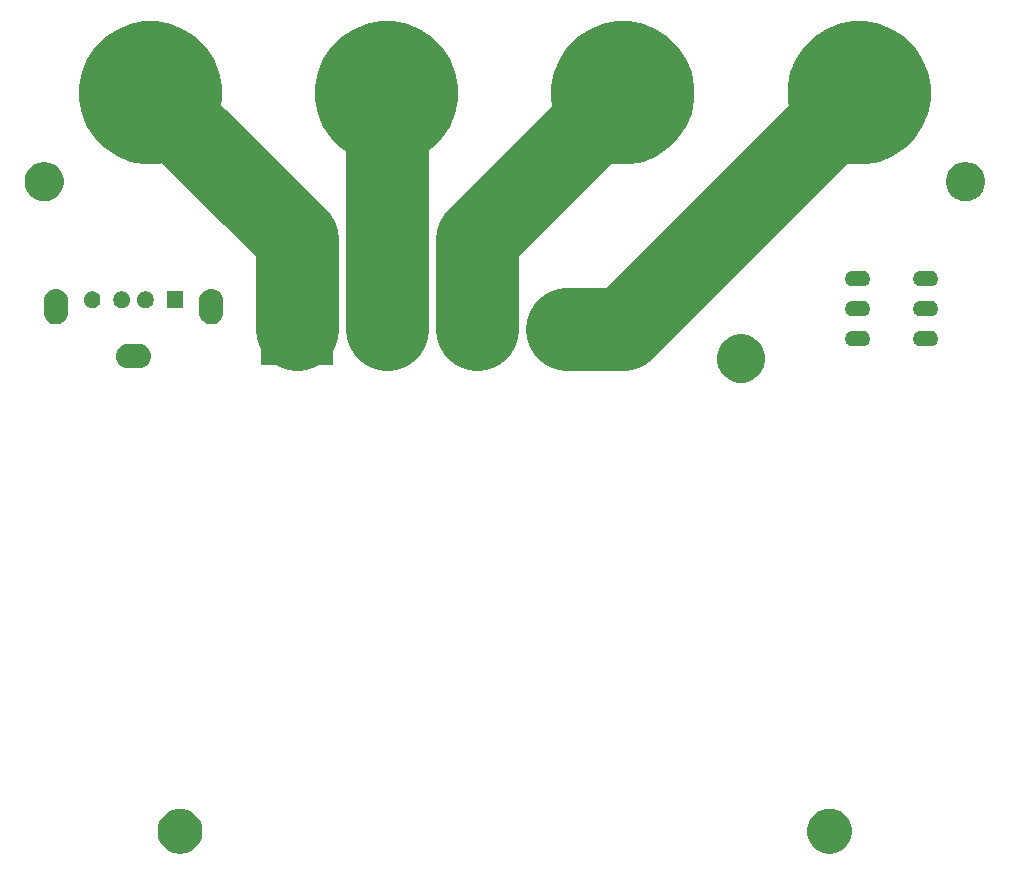
<source format=gbr>
G04 #@! TF.GenerationSoftware,KiCad,Pcbnew,5.1.5-52549c5~84~ubuntu18.04.1*
G04 #@! TF.CreationDate,2020-02-10T11:43:48+00:00*
G04 #@! TF.ProjectId,HW-lab-power,48572d6c-6162-42d7-906f-7765722e6b69,rev?*
G04 #@! TF.SameCoordinates,Original*
G04 #@! TF.FileFunction,Soldermask,Bot*
G04 #@! TF.FilePolarity,Negative*
%FSLAX46Y46*%
G04 Gerber Fmt 4.6, Leading zero omitted, Abs format (unit mm)*
G04 Created by KiCad (PCBNEW 5.1.5-52549c5~84~ubuntu18.04.1) date 2020-02-10 11:43:48*
%MOMM*%
%LPD*%
G04 APERTURE LIST*
%ADD10C,7.000000*%
%ADD11C,0.100000*%
G04 APERTURE END LIST*
D10*
X157500000Y-90000000D02*
X152750000Y-90000000D01*
X177500000Y-70000000D02*
X157500000Y-90000000D01*
X145120000Y-82380000D02*
X157500000Y-70000000D01*
X145120000Y-90000000D02*
X145120000Y-82500000D01*
X137500000Y-90000000D02*
X137500000Y-70000000D01*
X129880000Y-82500000D02*
X129880000Y-90000000D01*
X117500000Y-70000000D02*
X129880000Y-82380000D01*
D11*
G36*
X175370866Y-130635527D02*
G01*
X175554501Y-130672054D01*
X175900461Y-130815356D01*
X176211817Y-131023397D01*
X176476603Y-131288183D01*
X176684644Y-131599539D01*
X176827946Y-131945499D01*
X176901000Y-132312768D01*
X176901000Y-132687232D01*
X176827946Y-133054501D01*
X176684644Y-133400461D01*
X176476603Y-133711817D01*
X176211817Y-133976603D01*
X175900461Y-134184644D01*
X175554501Y-134327946D01*
X175370866Y-134364473D01*
X175187233Y-134401000D01*
X174812767Y-134401000D01*
X174629134Y-134364473D01*
X174445499Y-134327946D01*
X174099539Y-134184644D01*
X173788183Y-133976603D01*
X173523397Y-133711817D01*
X173315356Y-133400461D01*
X173172054Y-133054501D01*
X173099000Y-132687232D01*
X173099000Y-132312768D01*
X173172054Y-131945499D01*
X173315356Y-131599539D01*
X173523397Y-131288183D01*
X173788183Y-131023397D01*
X174099539Y-130815356D01*
X174445499Y-130672054D01*
X174629134Y-130635527D01*
X174812767Y-130599000D01*
X175187233Y-130599000D01*
X175370866Y-130635527D01*
G37*
G36*
X120370866Y-130635527D02*
G01*
X120554501Y-130672054D01*
X120900461Y-130815356D01*
X121211817Y-131023397D01*
X121476603Y-131288183D01*
X121684644Y-131599539D01*
X121827946Y-131945499D01*
X121901000Y-132312768D01*
X121901000Y-132687232D01*
X121827946Y-133054501D01*
X121684644Y-133400461D01*
X121476603Y-133711817D01*
X121211817Y-133976603D01*
X120900461Y-134184644D01*
X120554501Y-134327946D01*
X120370866Y-134364473D01*
X120187233Y-134401000D01*
X119812767Y-134401000D01*
X119629134Y-134364473D01*
X119445499Y-134327946D01*
X119099539Y-134184644D01*
X118788183Y-133976603D01*
X118523397Y-133711817D01*
X118315356Y-133400461D01*
X118172054Y-133054501D01*
X118099000Y-132687232D01*
X118099000Y-132312768D01*
X118172054Y-131945499D01*
X118315356Y-131599539D01*
X118523397Y-131288183D01*
X118788183Y-131023397D01*
X119099539Y-130815356D01*
X119445499Y-130672054D01*
X119629134Y-130635527D01*
X119812767Y-130599000D01*
X120187233Y-130599000D01*
X120370866Y-130635527D01*
G37*
G36*
X168098326Y-90527578D02*
G01*
X168471629Y-90682205D01*
X168471631Y-90682206D01*
X168807596Y-90906690D01*
X169093310Y-91192404D01*
X169317794Y-91528369D01*
X169317795Y-91528371D01*
X169472422Y-91901674D01*
X169551250Y-92297968D01*
X169551250Y-92702032D01*
X169472422Y-93098326D01*
X169426464Y-93209278D01*
X169317794Y-93471631D01*
X169093310Y-93807596D01*
X168807596Y-94093310D01*
X168471631Y-94317794D01*
X168471630Y-94317795D01*
X168471629Y-94317795D01*
X168098326Y-94472422D01*
X167702032Y-94551250D01*
X167297968Y-94551250D01*
X166901674Y-94472422D01*
X166528371Y-94317795D01*
X166528370Y-94317795D01*
X166528369Y-94317794D01*
X166192404Y-94093310D01*
X165906690Y-93807596D01*
X165682206Y-93471631D01*
X165573536Y-93209278D01*
X165527578Y-93098326D01*
X165448750Y-92702032D01*
X165448750Y-92297968D01*
X165527578Y-91901674D01*
X165682205Y-91528371D01*
X165682206Y-91528369D01*
X165906690Y-91192404D01*
X166192404Y-90906690D01*
X166528369Y-90682206D01*
X166528371Y-90682205D01*
X166901674Y-90527578D01*
X167297968Y-90448750D01*
X167702032Y-90448750D01*
X168098326Y-90527578D01*
G37*
G36*
X116766228Y-91293483D02*
G01*
X116954922Y-91350723D01*
X117128815Y-91443671D01*
X117281239Y-91568761D01*
X117406329Y-91721185D01*
X117499277Y-91895078D01*
X117556517Y-92083772D01*
X117575843Y-92280000D01*
X117556517Y-92476228D01*
X117499277Y-92664922D01*
X117406329Y-92838815D01*
X117281239Y-92991239D01*
X117128815Y-93116329D01*
X116954922Y-93209277D01*
X116766228Y-93266517D01*
X116619175Y-93281000D01*
X115520825Y-93281000D01*
X115373772Y-93266517D01*
X115185078Y-93209277D01*
X115011185Y-93116329D01*
X114858761Y-92991239D01*
X114733671Y-92838815D01*
X114640723Y-92664922D01*
X114583483Y-92476228D01*
X114564157Y-92280000D01*
X114583483Y-92083772D01*
X114640723Y-91895078D01*
X114733671Y-91721185D01*
X114858761Y-91568761D01*
X115011185Y-91443671D01*
X115185078Y-91350723D01*
X115373772Y-91293483D01*
X115520825Y-91279000D01*
X116619175Y-91279000D01*
X116766228Y-91293483D01*
G37*
G36*
X132930740Y-93050740D02*
G01*
X126829260Y-93050740D01*
X126829260Y-86949260D01*
X132930740Y-86949260D01*
X132930740Y-93050740D01*
G37*
G36*
X137831818Y-86955495D02*
G01*
X138389868Y-87066498D01*
X138945067Y-87296469D01*
X139146343Y-87430958D01*
X139444733Y-87630335D01*
X139869665Y-88055267D01*
X139967040Y-88201000D01*
X140203531Y-88554933D01*
X140433502Y-89110132D01*
X140443186Y-89158816D01*
X140550740Y-89699527D01*
X140550740Y-90300473D01*
X140525657Y-90426574D01*
X140433502Y-90889868D01*
X140203531Y-91445067D01*
X140120880Y-91568762D01*
X139869665Y-91944733D01*
X139444733Y-92369665D01*
X139285249Y-92476228D01*
X138945067Y-92703531D01*
X138389868Y-92933502D01*
X138099609Y-92991238D01*
X137800473Y-93050740D01*
X137199527Y-93050740D01*
X136900391Y-92991238D01*
X136610132Y-92933502D01*
X136054933Y-92703531D01*
X135714751Y-92476228D01*
X135555267Y-92369665D01*
X135130335Y-91944733D01*
X134879120Y-91568762D01*
X134796469Y-91445067D01*
X134566498Y-90889868D01*
X134474343Y-90426574D01*
X134449260Y-90300473D01*
X134449260Y-89699527D01*
X134556814Y-89158816D01*
X134566498Y-89110132D01*
X134796469Y-88554933D01*
X135032960Y-88201000D01*
X135130335Y-88055267D01*
X135555267Y-87630335D01*
X135853657Y-87430958D01*
X136054933Y-87296469D01*
X136610132Y-87066498D01*
X137168182Y-86955495D01*
X137199527Y-86949260D01*
X137800473Y-86949260D01*
X137831818Y-86955495D01*
G37*
G36*
X145451818Y-86955495D02*
G01*
X146009868Y-87066498D01*
X146565067Y-87296469D01*
X146766343Y-87430958D01*
X147064733Y-87630335D01*
X147489665Y-88055267D01*
X147587040Y-88201000D01*
X147823531Y-88554933D01*
X148053502Y-89110132D01*
X148063186Y-89158816D01*
X148170740Y-89699527D01*
X148170740Y-90300473D01*
X148145657Y-90426574D01*
X148053502Y-90889868D01*
X147823531Y-91445067D01*
X147740880Y-91568762D01*
X147489665Y-91944733D01*
X147064733Y-92369665D01*
X146905249Y-92476228D01*
X146565067Y-92703531D01*
X146009868Y-92933502D01*
X145719609Y-92991238D01*
X145420473Y-93050740D01*
X144819527Y-93050740D01*
X144520391Y-92991238D01*
X144230132Y-92933502D01*
X143674933Y-92703531D01*
X143334751Y-92476228D01*
X143175267Y-92369665D01*
X142750335Y-91944733D01*
X142499120Y-91568762D01*
X142416469Y-91445067D01*
X142186498Y-90889868D01*
X142094343Y-90426574D01*
X142069260Y-90300473D01*
X142069260Y-89699527D01*
X142176814Y-89158816D01*
X142186498Y-89110132D01*
X142416469Y-88554933D01*
X142652960Y-88201000D01*
X142750335Y-88055267D01*
X143175267Y-87630335D01*
X143473657Y-87430958D01*
X143674933Y-87296469D01*
X144230132Y-87066498D01*
X144788182Y-86955495D01*
X144819527Y-86949260D01*
X145420473Y-86949260D01*
X145451818Y-86955495D01*
G37*
G36*
X153071818Y-86955495D02*
G01*
X153629868Y-87066498D01*
X154185067Y-87296469D01*
X154386343Y-87430958D01*
X154684733Y-87630335D01*
X155109665Y-88055267D01*
X155207040Y-88201000D01*
X155443531Y-88554933D01*
X155673502Y-89110132D01*
X155683186Y-89158816D01*
X155790740Y-89699527D01*
X155790740Y-90300473D01*
X155765657Y-90426574D01*
X155673502Y-90889868D01*
X155443531Y-91445067D01*
X155360880Y-91568762D01*
X155109665Y-91944733D01*
X154684733Y-92369665D01*
X154525249Y-92476228D01*
X154185067Y-92703531D01*
X153629868Y-92933502D01*
X153339609Y-92991238D01*
X153040473Y-93050740D01*
X152439527Y-93050740D01*
X152140391Y-92991238D01*
X151850132Y-92933502D01*
X151294933Y-92703531D01*
X150954751Y-92476228D01*
X150795267Y-92369665D01*
X150370335Y-91944733D01*
X150119120Y-91568762D01*
X150036469Y-91445067D01*
X149806498Y-90889868D01*
X149714343Y-90426574D01*
X149689260Y-90300473D01*
X149689260Y-89699527D01*
X149796814Y-89158816D01*
X149806498Y-89110132D01*
X150036469Y-88554933D01*
X150272960Y-88201000D01*
X150370335Y-88055267D01*
X150795267Y-87630335D01*
X151093657Y-87430958D01*
X151294933Y-87296469D01*
X151850132Y-87066498D01*
X152408182Y-86955495D01*
X152439527Y-86949260D01*
X153040473Y-86949260D01*
X153071818Y-86955495D01*
G37*
G36*
X177838855Y-90142140D02*
G01*
X177902618Y-90148420D01*
X177993404Y-90175960D01*
X178025336Y-90185646D01*
X178138425Y-90246094D01*
X178237554Y-90327446D01*
X178318906Y-90426575D01*
X178379354Y-90539664D01*
X178379355Y-90539668D01*
X178416580Y-90662382D01*
X178429149Y-90790000D01*
X178416580Y-90917618D01*
X178389040Y-91008404D01*
X178379354Y-91040336D01*
X178318906Y-91153425D01*
X178237554Y-91252554D01*
X178138425Y-91333906D01*
X178025336Y-91394354D01*
X177993404Y-91404040D01*
X177902618Y-91431580D01*
X177838855Y-91437860D01*
X177806974Y-91441000D01*
X176943026Y-91441000D01*
X176911145Y-91437860D01*
X176847382Y-91431580D01*
X176756596Y-91404040D01*
X176724664Y-91394354D01*
X176611575Y-91333906D01*
X176512446Y-91252554D01*
X176431094Y-91153425D01*
X176370646Y-91040336D01*
X176360960Y-91008404D01*
X176333420Y-90917618D01*
X176320851Y-90790000D01*
X176333420Y-90662382D01*
X176370645Y-90539668D01*
X176370646Y-90539664D01*
X176431094Y-90426575D01*
X176512446Y-90327446D01*
X176611575Y-90246094D01*
X176724664Y-90185646D01*
X176756596Y-90175960D01*
X176847382Y-90148420D01*
X176911145Y-90142140D01*
X176943026Y-90139000D01*
X177806974Y-90139000D01*
X177838855Y-90142140D01*
G37*
G36*
X183588855Y-90142140D02*
G01*
X183652618Y-90148420D01*
X183743404Y-90175960D01*
X183775336Y-90185646D01*
X183888425Y-90246094D01*
X183987554Y-90327446D01*
X184068906Y-90426575D01*
X184129354Y-90539664D01*
X184129355Y-90539668D01*
X184166580Y-90662382D01*
X184179149Y-90790000D01*
X184166580Y-90917618D01*
X184139040Y-91008404D01*
X184129354Y-91040336D01*
X184068906Y-91153425D01*
X183987554Y-91252554D01*
X183888425Y-91333906D01*
X183775336Y-91394354D01*
X183743404Y-91404040D01*
X183652618Y-91431580D01*
X183588855Y-91437860D01*
X183556974Y-91441000D01*
X182693026Y-91441000D01*
X182661145Y-91437860D01*
X182597382Y-91431580D01*
X182506596Y-91404040D01*
X182474664Y-91394354D01*
X182361575Y-91333906D01*
X182262446Y-91252554D01*
X182181094Y-91153425D01*
X182120646Y-91040336D01*
X182110960Y-91008404D01*
X182083420Y-90917618D01*
X182070851Y-90790000D01*
X182083420Y-90662382D01*
X182120645Y-90539668D01*
X182120646Y-90539664D01*
X182181094Y-90426575D01*
X182262446Y-90327446D01*
X182361575Y-90246094D01*
X182474664Y-90185646D01*
X182506596Y-90175960D01*
X182597382Y-90148420D01*
X182661145Y-90142140D01*
X182693026Y-90139000D01*
X183556974Y-90139000D01*
X183588855Y-90142140D01*
G37*
G36*
X122836227Y-86613483D02*
G01*
X123024921Y-86670723D01*
X123198815Y-86763671D01*
X123351239Y-86888761D01*
X123476329Y-87041185D01*
X123569277Y-87215078D01*
X123626517Y-87403772D01*
X123641000Y-87550825D01*
X123641000Y-88649175D01*
X123626517Y-88796228D01*
X123569277Y-88984922D01*
X123476329Y-89158815D01*
X123351239Y-89311239D01*
X123198815Y-89436329D01*
X123024922Y-89529277D01*
X122836228Y-89586517D01*
X122640000Y-89605843D01*
X122443773Y-89586517D01*
X122255079Y-89529277D01*
X122081186Y-89436329D01*
X121928762Y-89311239D01*
X121803672Y-89158815D01*
X121710722Y-88984919D01*
X121653483Y-88796231D01*
X121639000Y-88649175D01*
X121639000Y-87550826D01*
X121653483Y-87403773D01*
X121710723Y-87215079D01*
X121803671Y-87041185D01*
X121928761Y-86888761D01*
X122081185Y-86763671D01*
X122255078Y-86670723D01*
X122443772Y-86613483D01*
X122640000Y-86594157D01*
X122836227Y-86613483D01*
G37*
G36*
X109696228Y-86613483D02*
G01*
X109884922Y-86670723D01*
X110058815Y-86763671D01*
X110211239Y-86888761D01*
X110336329Y-87041185D01*
X110429277Y-87215078D01*
X110486517Y-87403772D01*
X110501000Y-87550825D01*
X110501000Y-88649175D01*
X110486517Y-88796228D01*
X110429277Y-88984922D01*
X110336329Y-89158815D01*
X110211239Y-89311239D01*
X110058815Y-89436329D01*
X109884921Y-89529277D01*
X109696227Y-89586517D01*
X109500000Y-89605843D01*
X109303772Y-89586517D01*
X109115078Y-89529277D01*
X108941185Y-89436329D01*
X108788761Y-89311239D01*
X108663671Y-89158815D01*
X108570723Y-88984921D01*
X108513483Y-88796227D01*
X108499000Y-88649174D01*
X108499000Y-87550825D01*
X108513483Y-87403769D01*
X108570722Y-87215081D01*
X108663672Y-87041185D01*
X108788762Y-86888761D01*
X108941186Y-86763671D01*
X109115079Y-86670723D01*
X109303773Y-86613483D01*
X109500000Y-86594157D01*
X109696228Y-86613483D01*
G37*
G36*
X183588855Y-87602140D02*
G01*
X183652618Y-87608420D01*
X183724865Y-87630336D01*
X183775336Y-87645646D01*
X183888425Y-87706094D01*
X183987554Y-87787446D01*
X184068906Y-87886575D01*
X184129354Y-87999664D01*
X184129355Y-87999668D01*
X184166580Y-88122382D01*
X184179149Y-88250000D01*
X184166580Y-88377618D01*
X184139040Y-88468404D01*
X184129354Y-88500336D01*
X184068906Y-88613425D01*
X183987554Y-88712554D01*
X183888425Y-88793906D01*
X183775336Y-88854354D01*
X183743404Y-88864040D01*
X183652618Y-88891580D01*
X183588855Y-88897860D01*
X183556974Y-88901000D01*
X182693026Y-88901000D01*
X182661145Y-88897860D01*
X182597382Y-88891580D01*
X182506596Y-88864040D01*
X182474664Y-88854354D01*
X182361575Y-88793906D01*
X182262446Y-88712554D01*
X182181094Y-88613425D01*
X182120646Y-88500336D01*
X182110960Y-88468404D01*
X182083420Y-88377618D01*
X182070851Y-88250000D01*
X182083420Y-88122382D01*
X182120645Y-87999668D01*
X182120646Y-87999664D01*
X182181094Y-87886575D01*
X182262446Y-87787446D01*
X182361575Y-87706094D01*
X182474664Y-87645646D01*
X182525135Y-87630336D01*
X182597382Y-87608420D01*
X182661145Y-87602140D01*
X182693026Y-87599000D01*
X183556974Y-87599000D01*
X183588855Y-87602140D01*
G37*
G36*
X177838855Y-87602140D02*
G01*
X177902618Y-87608420D01*
X177974865Y-87630336D01*
X178025336Y-87645646D01*
X178138425Y-87706094D01*
X178237554Y-87787446D01*
X178318906Y-87886575D01*
X178379354Y-87999664D01*
X178379355Y-87999668D01*
X178416580Y-88122382D01*
X178429149Y-88250000D01*
X178416580Y-88377618D01*
X178389040Y-88468404D01*
X178379354Y-88500336D01*
X178318906Y-88613425D01*
X178237554Y-88712554D01*
X178138425Y-88793906D01*
X178025336Y-88854354D01*
X177993404Y-88864040D01*
X177902618Y-88891580D01*
X177838855Y-88897860D01*
X177806974Y-88901000D01*
X176943026Y-88901000D01*
X176911145Y-88897860D01*
X176847382Y-88891580D01*
X176756596Y-88864040D01*
X176724664Y-88854354D01*
X176611575Y-88793906D01*
X176512446Y-88712554D01*
X176431094Y-88613425D01*
X176370646Y-88500336D01*
X176360960Y-88468404D01*
X176333420Y-88377618D01*
X176320851Y-88250000D01*
X176333420Y-88122382D01*
X176370645Y-87999668D01*
X176370646Y-87999664D01*
X176431094Y-87886575D01*
X176512446Y-87787446D01*
X176611575Y-87706094D01*
X176724664Y-87645646D01*
X176775135Y-87630336D01*
X176847382Y-87608420D01*
X176911145Y-87602140D01*
X176943026Y-87599000D01*
X177806974Y-87599000D01*
X177838855Y-87602140D01*
G37*
G36*
X120271000Y-88201000D02*
G01*
X118869000Y-88201000D01*
X118869000Y-86799000D01*
X120271000Y-86799000D01*
X120271000Y-88201000D01*
G37*
G36*
X117274473Y-86825938D02*
G01*
X117402049Y-86878782D01*
X117516859Y-86955495D01*
X117614505Y-87053141D01*
X117691218Y-87167951D01*
X117744062Y-87295527D01*
X117771000Y-87430956D01*
X117771000Y-87569044D01*
X117744062Y-87704473D01*
X117691218Y-87832049D01*
X117614505Y-87946859D01*
X117516859Y-88044505D01*
X117402049Y-88121218D01*
X117274473Y-88174062D01*
X117139044Y-88201000D01*
X117000956Y-88201000D01*
X116865527Y-88174062D01*
X116737951Y-88121218D01*
X116623141Y-88044505D01*
X116525495Y-87946859D01*
X116448782Y-87832049D01*
X116395938Y-87704473D01*
X116369000Y-87569044D01*
X116369000Y-87430956D01*
X116395938Y-87295527D01*
X116448782Y-87167951D01*
X116525495Y-87053141D01*
X116623141Y-86955495D01*
X116737951Y-86878782D01*
X116865527Y-86825938D01*
X117000956Y-86799000D01*
X117139044Y-86799000D01*
X117274473Y-86825938D01*
G37*
G36*
X115274473Y-86825938D02*
G01*
X115402049Y-86878782D01*
X115516859Y-86955495D01*
X115614505Y-87053141D01*
X115691218Y-87167951D01*
X115744062Y-87295527D01*
X115771000Y-87430956D01*
X115771000Y-87569044D01*
X115744062Y-87704473D01*
X115691218Y-87832049D01*
X115614505Y-87946859D01*
X115516859Y-88044505D01*
X115402049Y-88121218D01*
X115274473Y-88174062D01*
X115139044Y-88201000D01*
X115000956Y-88201000D01*
X114865527Y-88174062D01*
X114737951Y-88121218D01*
X114623141Y-88044505D01*
X114525495Y-87946859D01*
X114448782Y-87832049D01*
X114395938Y-87704473D01*
X114369000Y-87569044D01*
X114369000Y-87430956D01*
X114395938Y-87295527D01*
X114448782Y-87167951D01*
X114525495Y-87053141D01*
X114623141Y-86955495D01*
X114737951Y-86878782D01*
X114865527Y-86825938D01*
X115000956Y-86799000D01*
X115139044Y-86799000D01*
X115274473Y-86825938D01*
G37*
G36*
X112774473Y-86825938D02*
G01*
X112902049Y-86878782D01*
X113016859Y-86955495D01*
X113114505Y-87053141D01*
X113191218Y-87167951D01*
X113244062Y-87295527D01*
X113271000Y-87430956D01*
X113271000Y-87569044D01*
X113244062Y-87704473D01*
X113191218Y-87832049D01*
X113114505Y-87946859D01*
X113016859Y-88044505D01*
X112902049Y-88121218D01*
X112774473Y-88174062D01*
X112639044Y-88201000D01*
X112500956Y-88201000D01*
X112365527Y-88174062D01*
X112237951Y-88121218D01*
X112123141Y-88044505D01*
X112025495Y-87946859D01*
X111948782Y-87832049D01*
X111895938Y-87704473D01*
X111869000Y-87569044D01*
X111869000Y-87430956D01*
X111895938Y-87295527D01*
X111948782Y-87167951D01*
X112025495Y-87053141D01*
X112123141Y-86955495D01*
X112237951Y-86878782D01*
X112365527Y-86825938D01*
X112500956Y-86799000D01*
X112639044Y-86799000D01*
X112774473Y-86825938D01*
G37*
G36*
X183588855Y-85062140D02*
G01*
X183652618Y-85068420D01*
X183743404Y-85095960D01*
X183775336Y-85105646D01*
X183888425Y-85166094D01*
X183987554Y-85247446D01*
X184068906Y-85346575D01*
X184129354Y-85459664D01*
X184129355Y-85459668D01*
X184166580Y-85582382D01*
X184179149Y-85710000D01*
X184166580Y-85837618D01*
X184139040Y-85928404D01*
X184129354Y-85960336D01*
X184068906Y-86073425D01*
X183987554Y-86172554D01*
X183888425Y-86253906D01*
X183775336Y-86314354D01*
X183743404Y-86324040D01*
X183652618Y-86351580D01*
X183588855Y-86357860D01*
X183556974Y-86361000D01*
X182693026Y-86361000D01*
X182661145Y-86357860D01*
X182597382Y-86351580D01*
X182506596Y-86324040D01*
X182474664Y-86314354D01*
X182361575Y-86253906D01*
X182262446Y-86172554D01*
X182181094Y-86073425D01*
X182120646Y-85960336D01*
X182110960Y-85928404D01*
X182083420Y-85837618D01*
X182070851Y-85710000D01*
X182083420Y-85582382D01*
X182120645Y-85459668D01*
X182120646Y-85459664D01*
X182181094Y-85346575D01*
X182262446Y-85247446D01*
X182361575Y-85166094D01*
X182474664Y-85105646D01*
X182506596Y-85095960D01*
X182597382Y-85068420D01*
X182661145Y-85062140D01*
X182693026Y-85059000D01*
X183556974Y-85059000D01*
X183588855Y-85062140D01*
G37*
G36*
X177838855Y-85062140D02*
G01*
X177902618Y-85068420D01*
X177993404Y-85095960D01*
X178025336Y-85105646D01*
X178138425Y-85166094D01*
X178237554Y-85247446D01*
X178318906Y-85346575D01*
X178379354Y-85459664D01*
X178379355Y-85459668D01*
X178416580Y-85582382D01*
X178429149Y-85710000D01*
X178416580Y-85837618D01*
X178389040Y-85928404D01*
X178379354Y-85960336D01*
X178318906Y-86073425D01*
X178237554Y-86172554D01*
X178138425Y-86253906D01*
X178025336Y-86314354D01*
X177993404Y-86324040D01*
X177902618Y-86351580D01*
X177838855Y-86357860D01*
X177806974Y-86361000D01*
X176943026Y-86361000D01*
X176911145Y-86357860D01*
X176847382Y-86351580D01*
X176756596Y-86324040D01*
X176724664Y-86314354D01*
X176611575Y-86253906D01*
X176512446Y-86172554D01*
X176431094Y-86073425D01*
X176370646Y-85960336D01*
X176360960Y-85928404D01*
X176333420Y-85837618D01*
X176320851Y-85710000D01*
X176333420Y-85582382D01*
X176370645Y-85459668D01*
X176370646Y-85459664D01*
X176431094Y-85346575D01*
X176512446Y-85247446D01*
X176611575Y-85166094D01*
X176724664Y-85105646D01*
X176756596Y-85095960D01*
X176847382Y-85068420D01*
X176911145Y-85062140D01*
X176943026Y-85059000D01*
X177806974Y-85059000D01*
X177838855Y-85062140D01*
G37*
G36*
X186875256Y-75891298D02*
G01*
X186981579Y-75912447D01*
X187282042Y-76036903D01*
X187552451Y-76217585D01*
X187782415Y-76447549D01*
X187963097Y-76717958D01*
X188087553Y-77018421D01*
X188151000Y-77337391D01*
X188151000Y-77662609D01*
X188087553Y-77981579D01*
X187963097Y-78282042D01*
X187782415Y-78552451D01*
X187552451Y-78782415D01*
X187282042Y-78963097D01*
X186981579Y-79087553D01*
X186875256Y-79108702D01*
X186662611Y-79151000D01*
X186337389Y-79151000D01*
X186124744Y-79108702D01*
X186018421Y-79087553D01*
X185717958Y-78963097D01*
X185447549Y-78782415D01*
X185217585Y-78552451D01*
X185036903Y-78282042D01*
X184912447Y-77981579D01*
X184849000Y-77662609D01*
X184849000Y-77337391D01*
X184912447Y-77018421D01*
X185036903Y-76717958D01*
X185217585Y-76447549D01*
X185447549Y-76217585D01*
X185717958Y-76036903D01*
X186018421Y-75912447D01*
X186124744Y-75891298D01*
X186337389Y-75849000D01*
X186662611Y-75849000D01*
X186875256Y-75891298D01*
G37*
G36*
X108875256Y-75891298D02*
G01*
X108981579Y-75912447D01*
X109282042Y-76036903D01*
X109552451Y-76217585D01*
X109782415Y-76447549D01*
X109963097Y-76717958D01*
X110087553Y-77018421D01*
X110151000Y-77337391D01*
X110151000Y-77662609D01*
X110087553Y-77981579D01*
X109963097Y-78282042D01*
X109782415Y-78552451D01*
X109552451Y-78782415D01*
X109282042Y-78963097D01*
X108981579Y-79087553D01*
X108875256Y-79108702D01*
X108662611Y-79151000D01*
X108337389Y-79151000D01*
X108124744Y-79108702D01*
X108018421Y-79087553D01*
X107717958Y-78963097D01*
X107447549Y-78782415D01*
X107217585Y-78552451D01*
X107036903Y-78282042D01*
X106912447Y-77981579D01*
X106849000Y-77662609D01*
X106849000Y-77337391D01*
X106912447Y-77018421D01*
X107036903Y-76717958D01*
X107217585Y-76447549D01*
X107447549Y-76217585D01*
X107717958Y-76036903D01*
X108018421Y-75912447D01*
X108124744Y-75891298D01*
X108337389Y-75849000D01*
X108662611Y-75849000D01*
X108875256Y-75891298D01*
G37*
G36*
X119265010Y-64181536D02*
G01*
X120366222Y-64637673D01*
X121357287Y-65299881D01*
X122200119Y-66142713D01*
X122862327Y-67133778D01*
X123318464Y-68234990D01*
X123551000Y-69404027D01*
X123551000Y-70595973D01*
X123318464Y-71765010D01*
X122862327Y-72866222D01*
X122200119Y-73857287D01*
X121357287Y-74700119D01*
X120366222Y-75362327D01*
X119265010Y-75818464D01*
X118095973Y-76051000D01*
X116904027Y-76051000D01*
X115734990Y-75818464D01*
X114633778Y-75362327D01*
X113642713Y-74700119D01*
X112799881Y-73857287D01*
X112137673Y-72866222D01*
X111681536Y-71765010D01*
X111449000Y-70595973D01*
X111449000Y-69404027D01*
X111681536Y-68234990D01*
X112137673Y-67133778D01*
X112799881Y-66142713D01*
X113642713Y-65299881D01*
X114633778Y-64637673D01*
X115734990Y-64181536D01*
X116904027Y-63949000D01*
X118095973Y-63949000D01*
X119265010Y-64181536D01*
G37*
G36*
X139265010Y-64181536D02*
G01*
X140366222Y-64637673D01*
X141357287Y-65299881D01*
X142200119Y-66142713D01*
X142862327Y-67133778D01*
X143318464Y-68234990D01*
X143551000Y-69404027D01*
X143551000Y-70595973D01*
X143318464Y-71765010D01*
X142862327Y-72866222D01*
X142200119Y-73857287D01*
X141357287Y-74700119D01*
X140366222Y-75362327D01*
X139265010Y-75818464D01*
X138095973Y-76051000D01*
X136904027Y-76051000D01*
X135734990Y-75818464D01*
X134633778Y-75362327D01*
X133642713Y-74700119D01*
X132799881Y-73857287D01*
X132137673Y-72866222D01*
X131681536Y-71765010D01*
X131449000Y-70595973D01*
X131449000Y-69404027D01*
X131681536Y-68234990D01*
X132137673Y-67133778D01*
X132799881Y-66142713D01*
X133642713Y-65299881D01*
X134633778Y-64637673D01*
X135734990Y-64181536D01*
X136904027Y-63949000D01*
X138095973Y-63949000D01*
X139265010Y-64181536D01*
G37*
G36*
X159265010Y-64181536D02*
G01*
X160366222Y-64637673D01*
X161357287Y-65299881D01*
X162200119Y-66142713D01*
X162862327Y-67133778D01*
X163318464Y-68234990D01*
X163551000Y-69404027D01*
X163551000Y-70595973D01*
X163318464Y-71765010D01*
X162862327Y-72866222D01*
X162200119Y-73857287D01*
X161357287Y-74700119D01*
X160366222Y-75362327D01*
X159265010Y-75818464D01*
X158095973Y-76051000D01*
X156904027Y-76051000D01*
X155734990Y-75818464D01*
X154633778Y-75362327D01*
X153642713Y-74700119D01*
X152799881Y-73857287D01*
X152137673Y-72866222D01*
X151681536Y-71765010D01*
X151449000Y-70595973D01*
X151449000Y-69404027D01*
X151681536Y-68234990D01*
X152137673Y-67133778D01*
X152799881Y-66142713D01*
X153642713Y-65299881D01*
X154633778Y-64637673D01*
X155734990Y-64181536D01*
X156904027Y-63949000D01*
X158095973Y-63949000D01*
X159265010Y-64181536D01*
G37*
G36*
X179265010Y-64181536D02*
G01*
X180366222Y-64637673D01*
X181357287Y-65299881D01*
X182200119Y-66142713D01*
X182862327Y-67133778D01*
X183318464Y-68234990D01*
X183551000Y-69404027D01*
X183551000Y-70595973D01*
X183318464Y-71765010D01*
X182862327Y-72866222D01*
X182200119Y-73857287D01*
X181357287Y-74700119D01*
X180366222Y-75362327D01*
X179265010Y-75818464D01*
X178095973Y-76051000D01*
X176904027Y-76051000D01*
X175734990Y-75818464D01*
X174633778Y-75362327D01*
X173642713Y-74700119D01*
X172799881Y-73857287D01*
X172137673Y-72866222D01*
X171681536Y-71765010D01*
X171449000Y-70595973D01*
X171449000Y-69404027D01*
X171681536Y-68234990D01*
X172137673Y-67133778D01*
X172799881Y-66142713D01*
X173642713Y-65299881D01*
X174633778Y-64637673D01*
X175734990Y-64181536D01*
X176904027Y-63949000D01*
X178095973Y-63949000D01*
X179265010Y-64181536D01*
G37*
M02*

</source>
